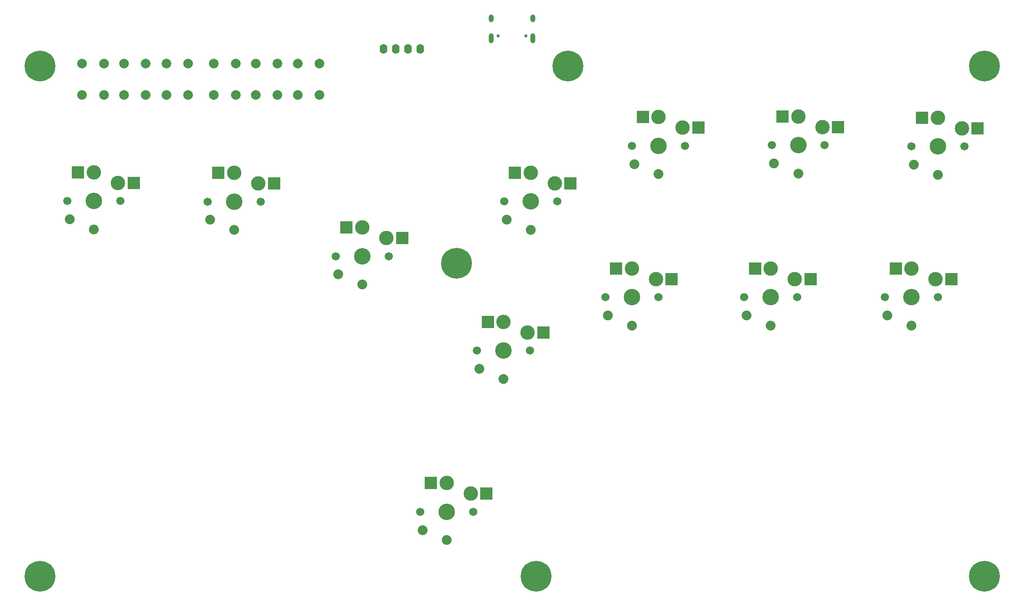
<source format=gbr>
%TF.GenerationSoftware,KiCad,Pcbnew,7.0.5*%
%TF.CreationDate,2023-10-21T15:45:59-07:00*%
%TF.ProjectId,VBox,56426f78-2e6b-4696-9361-645f70636258,rev?*%
%TF.SameCoordinates,Original*%
%TF.FileFunction,Soldermask,Bot*%
%TF.FilePolarity,Negative*%
%FSLAX46Y46*%
G04 Gerber Fmt 4.6, Leading zero omitted, Abs format (unit mm)*
G04 Created by KiCad (PCBNEW 7.0.5) date 2023-10-21 15:45:59*
%MOMM*%
%LPD*%
G01*
G04 APERTURE LIST*
%ADD10C,2.000000*%
%ADD11C,1.701800*%
%ADD12C,3.000000*%
%ADD13C,3.429000*%
%ADD14R,2.600000X2.600000*%
%ADD15C,2.032000*%
%ADD16C,0.650000*%
%ADD17O,1.000000X2.100000*%
%ADD18O,1.000000X1.600000*%
%ADD19C,6.400000*%
%ADD20O,1.600000X2.000000*%
G04 APERTURE END LIST*
D10*
%TO.C,SW5*%
X89750000Y-40750000D03*
X89750000Y-34250000D03*
X94250000Y-40750000D03*
X94250000Y-34250000D03*
%TD*%
D11*
%TO.C,SW10*%
X141265534Y-62855534D03*
D12*
X146765534Y-56905534D03*
D13*
X146765534Y-62855534D03*
D12*
X151765534Y-59105534D03*
D11*
X152265534Y-62855534D03*
D14*
X143490534Y-56905534D03*
D15*
X146765534Y-68755534D03*
X141765534Y-66655534D03*
D14*
X155040534Y-59105534D03*
%TD*%
D16*
%TO.C,USB1*%
X145795534Y-28495534D03*
X140015534Y-28495534D03*
D17*
X147225534Y-29025534D03*
D18*
X147225534Y-24845534D03*
D17*
X138585534Y-29025534D03*
D18*
X138585534Y-24845534D03*
%TD*%
D10*
%TO.C,SW4*%
X81050000Y-40750000D03*
X81050000Y-34250000D03*
X85550000Y-40750000D03*
X85550000Y-34250000D03*
%TD*%
D11*
%TO.C,SW15*%
X162265534Y-82785534D03*
D12*
X167765534Y-76835534D03*
D13*
X167765534Y-82785534D03*
D12*
X172765534Y-79035534D03*
D11*
X173265534Y-82785534D03*
D14*
X164490534Y-76835534D03*
D15*
X167765534Y-88685534D03*
X162765534Y-86585534D03*
D14*
X176040534Y-79035534D03*
%TD*%
D19*
%TO.C,H3*%
X240905534Y-34745534D03*
%TD*%
D10*
%TO.C,SW6*%
X98450000Y-40750000D03*
X98450000Y-34250000D03*
X102950000Y-40750000D03*
X102950000Y-34250000D03*
%TD*%
%TO.C,SW3*%
X71150000Y-40750000D03*
X71150000Y-34250000D03*
X75650000Y-40750000D03*
X75650000Y-34250000D03*
%TD*%
D11*
%TO.C,SW12*%
X196795534Y-51205534D03*
D12*
X202295534Y-45255534D03*
D13*
X202295534Y-51205534D03*
D12*
X207295534Y-47455534D03*
D11*
X207795534Y-51205534D03*
D14*
X199020534Y-45255534D03*
D15*
X202295534Y-57105534D03*
X197295534Y-55005534D03*
D14*
X210570534Y-47455534D03*
%TD*%
D11*
%TO.C,SW8*%
X79725534Y-62915534D03*
D12*
X85225534Y-56965534D03*
D13*
X85225534Y-62915534D03*
D12*
X90225534Y-59165534D03*
D11*
X90725534Y-62915534D03*
D14*
X81950534Y-56965534D03*
D15*
X85225534Y-68815534D03*
X80225534Y-66715534D03*
D14*
X93500534Y-59165534D03*
%TD*%
D20*
%TO.C,OLED1*%
X116200000Y-31200000D03*
X118740000Y-31200000D03*
X121280000Y-31200000D03*
X123820000Y-31200000D03*
%TD*%
D11*
%TO.C,SW18*%
X123825534Y-127365534D03*
D12*
X129325534Y-121415534D03*
D13*
X129325534Y-127365534D03*
D12*
X134325534Y-123615534D03*
D11*
X134825534Y-127365534D03*
D14*
X126050534Y-121415534D03*
D15*
X129325534Y-133265534D03*
X124325534Y-131165534D03*
D14*
X137600534Y-123615534D03*
%TD*%
D19*
%TO.C,H6*%
X147905534Y-140745534D03*
%TD*%
D10*
%TO.C,SW1*%
X53700000Y-40745534D03*
X53700000Y-34245534D03*
X58200000Y-40745534D03*
X58200000Y-34245534D03*
%TD*%
D11*
%TO.C,SW17*%
X220325534Y-82785534D03*
D12*
X225825534Y-76835534D03*
D13*
X225825534Y-82785534D03*
D12*
X230825534Y-79035534D03*
D11*
X231325534Y-82785534D03*
D14*
X222550534Y-76835534D03*
D15*
X225825534Y-88685534D03*
X220825534Y-86585534D03*
D14*
X234100534Y-79035534D03*
%TD*%
D19*
%TO.C,H2*%
X154505534Y-34745534D03*
%TD*%
D11*
%TO.C,SW16*%
X191115534Y-82785534D03*
D12*
X196615534Y-76835534D03*
D13*
X196615534Y-82785534D03*
D12*
X201615534Y-79035534D03*
D11*
X202115534Y-82785534D03*
D14*
X193340534Y-76835534D03*
D15*
X196615534Y-88685534D03*
X191615534Y-86585534D03*
D14*
X204890534Y-79035534D03*
%TD*%
D19*
%TO.C,H4*%
X131405534Y-75745534D03*
%TD*%
%TO.C,H5*%
X44905534Y-140745534D03*
%TD*%
%TO.C,H7*%
X240905534Y-140745534D03*
%TD*%
D11*
%TO.C,SW9*%
X106325534Y-74265534D03*
D12*
X111825534Y-68315534D03*
D13*
X111825534Y-74265534D03*
D12*
X116825534Y-70515534D03*
D11*
X117325534Y-74265534D03*
D14*
X108550534Y-68315534D03*
D15*
X111825534Y-80165534D03*
X106825534Y-78065534D03*
D14*
X120100534Y-70515534D03*
%TD*%
D10*
%TO.C,SW2*%
X62400000Y-40750000D03*
X62400000Y-34250000D03*
X66900000Y-40750000D03*
X66900000Y-34250000D03*
%TD*%
D11*
%TO.C,SW11*%
X167825534Y-51325534D03*
D12*
X173325534Y-45375534D03*
D13*
X173325534Y-51325534D03*
D12*
X178325534Y-47575534D03*
D11*
X178825534Y-51325534D03*
D14*
X170050534Y-45375534D03*
D15*
X173325534Y-57225534D03*
X168325534Y-55125534D03*
D14*
X181600534Y-47575534D03*
%TD*%
D11*
%TO.C,SW7*%
X50630534Y-62795534D03*
D12*
X56130534Y-56845534D03*
D13*
X56130534Y-62795534D03*
D12*
X61130534Y-59045534D03*
D11*
X61630534Y-62795534D03*
D14*
X52855534Y-56845534D03*
D15*
X56130534Y-68695534D03*
X51130534Y-66595534D03*
D14*
X64405534Y-59045534D03*
%TD*%
D11*
%TO.C,SW14*%
X135655534Y-93895534D03*
D12*
X141155534Y-87945534D03*
D13*
X141155534Y-93895534D03*
D12*
X146155534Y-90145534D03*
D11*
X146655534Y-93895534D03*
D14*
X137880534Y-87945534D03*
D15*
X141155534Y-99795534D03*
X136155534Y-97695534D03*
D14*
X149430534Y-90145534D03*
%TD*%
D19*
%TO.C,H1*%
X44905534Y-34745534D03*
%TD*%
D11*
%TO.C,SW13*%
X225765534Y-51445534D03*
D12*
X231265534Y-45495534D03*
D13*
X231265534Y-51445534D03*
D12*
X236265534Y-47695534D03*
D11*
X236765534Y-51445534D03*
D14*
X227990534Y-45495534D03*
D15*
X231265534Y-57345534D03*
X226265534Y-55245534D03*
D14*
X239540534Y-47695534D03*
%TD*%
M02*

</source>
